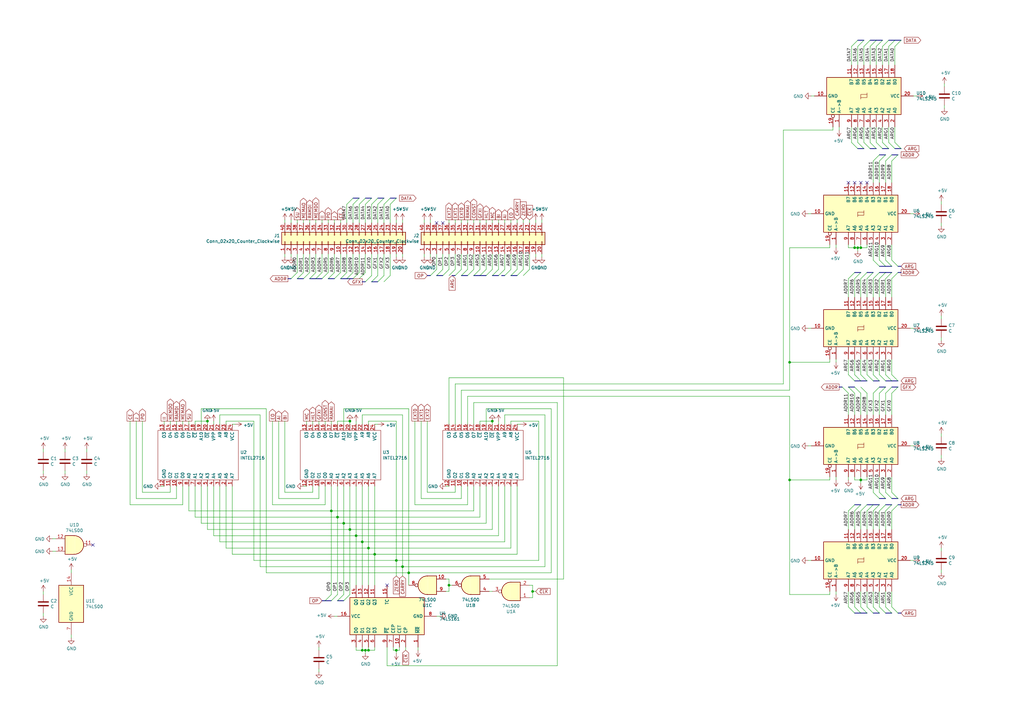
<source format=kicad_sch>
(kicad_sch (version 20200618) (host eeschema "(5.99.0-2101-geb1ff80d5)")
  (page 1 1)
  (paper "A3")
  (title_block (title "Micro Instruction Manager Module") (rev "1.0") (company "Wilhelm-Maybach-Schule Heilbronn") (comment 1 "Kevin da Silva Fernandes"))
  (junction (at 85.09 172.72))
  (junction (at 135.89 209.55))
  (junction (at 138.43 212.09))
  (junction (at 140.97 214.63))
  (junction (at 143.51 172.72))
  (junction (at 143.51 217.17))
  (junction (at 146.05 219.71))
  (junction (at 148.59 222.25))
  (junction (at 148.59 266.7))
  (junction (at 149.86 266.7))
  (junction (at 151.13 224.79))
  (junction (at 151.13 266.7))
  (junction (at 153.67 227.33))
  (junction (at 162.56 229.87))
  (junction (at 162.56 266.7))
  (junction (at 165.1 232.41))
  (junction (at 167.64 234.95))
  (junction (at 184.15 240.03))
  (junction (at 201.93 172.72))
  (junction (at 218.44 242.57))
  (junction (at 323.85 148.59))
  (junction (at 323.85 196.85))
  (junction (at 350.52 101.6))
  (junction (at 351.79 101.6))
  (junction (at 353.06 101.6))
  (junction (at 353.06 196.85))
  (no_connect (at 181.61 91.44))
  (no_connect (at 350.52 74.93))
  (no_connect (at 38.1 223.52))
  (no_connect (at 353.06 74.93))
  (no_connect (at 179.07 91.44))
  (no_connect (at 347.98 74.93))
  (no_connect (at 355.6 74.93))
  (no_connect (at 158.75 240.03))
  (bus_entry (at 121.92 111.76) (size -2.54 2.54) (stroke (width 0.1524)))
  (bus_entry (at 124.46 111.76) (size -2.54 2.54) (stroke (width 0.1524)))
  (bus_entry (at 127 111.76) (size -2.54 2.54) (stroke (width 0.1524)))
  (bus_entry (at 129.54 111.76) (size -2.54 2.54) (stroke (width 0.1524)))
  (bus_entry (at 132.08 111.76) (size -2.54 2.54) (stroke (width 0.1524)))
  (bus_entry (at 134.62 111.76) (size -2.54 2.54) (stroke (width 0.1524)))
  (bus_entry (at 135.89 243.84) (size -2.54 2.54) (stroke (width 0.1524)))
  (bus_entry (at 137.16 111.76) (size -2.54 2.54) (stroke (width 0.1524)))
  (bus_entry (at 138.43 243.84) (size -2.54 2.54) (stroke (width 0.1524)))
  (bus_entry (at 139.7 111.76) (size -2.54 2.54) (stroke (width 0.1524)))
  (bus_entry (at 139.7 114.3) (size 2.54 -2.54) (stroke (width 0.1524)))
  (bus_entry (at 140.97 243.84) (size -2.54 2.54) (stroke (width 0.1524)))
  (bus_entry (at 142.24 114.3) (size 2.54 -2.54) (stroke (width 0.1524)))
  (bus_entry (at 143.51 243.84) (size -2.54 2.54) (stroke (width 0.1524)))
  (bus_entry (at 144.78 81.28) (size -2.54 2.54) (stroke (width 0.1524)))
  (bus_entry (at 144.78 114.3) (size 2.54 -2.54) (stroke (width 0.1524)))
  (bus_entry (at 147.32 81.28) (size -2.54 2.54) (stroke (width 0.1524)))
  (bus_entry (at 147.32 114.3) (size 2.54 -2.54) (stroke (width 0.1524)))
  (bus_entry (at 149.86 81.28) (size -2.54 2.54) (stroke (width 0.1524)))
  (bus_entry (at 152.4 81.28) (size -2.54 2.54) (stroke (width 0.1524)))
  (bus_entry (at 152.4 113.03) (size -2.54 2.54) (stroke (width 0.1524)))
  (bus_entry (at 154.94 81.28) (size -2.54 2.54) (stroke (width 0.1524)))
  (bus_entry (at 154.94 113.03) (size -2.54 2.54) (stroke (width 0.1524)))
  (bus_entry (at 157.48 81.28) (size -2.54 2.54) (stroke (width 0.1524)))
  (bus_entry (at 157.48 113.03) (size -2.54 2.54) (stroke (width 0.1524)))
  (bus_entry (at 160.02 81.28) (size -2.54 2.54) (stroke (width 0.1524)))
  (bus_entry (at 160.02 113.03) (size -2.54 2.54) (stroke (width 0.1524)))
  (bus_entry (at 162.56 81.28) (size -2.54 2.54) (stroke (width 0.1524)))
  (bus_entry (at 179.07 110.49) (size -2.54 2.54) (stroke (width 0.1524)))
  (bus_entry (at 181.61 110.49) (size -2.54 2.54) (stroke (width 0.1524)))
  (bus_entry (at 184.15 110.49) (size -2.54 2.54) (stroke (width 0.1524)))
  (bus_entry (at 186.69 110.49) (size -2.54 2.54) (stroke (width 0.1524)))
  (bus_entry (at 189.23 110.49) (size -2.54 2.54) (stroke (width 0.1524)))
  (bus_entry (at 191.77 110.49) (size -2.54 2.54) (stroke (width 0.1524)))
  (bus_entry (at 194.31 110.49) (size -2.54 2.54) (stroke (width 0.1524)))
  (bus_entry (at 196.85 110.49) (size -2.54 2.54) (stroke (width 0.1524)))
  (bus_entry (at 199.39 110.49) (size -2.54 2.54) (stroke (width 0.1524)))
  (bus_entry (at 201.93 110.49) (size -2.54 2.54) (stroke (width 0.1524)))
  (bus_entry (at 204.47 110.49) (size -2.54 2.54) (stroke (width 0.1524)))
  (bus_entry (at 207.01 110.49) (size -2.54 2.54) (stroke (width 0.1524)))
  (bus_entry (at 209.55 110.49) (size -2.54 2.54) (stroke (width 0.1524)))
  (bus_entry (at 212.09 110.49) (size -2.54 2.54) (stroke (width 0.1524)))
  (bus_entry (at 214.63 110.49) (size -2.54 2.54) (stroke (width 0.1524)))
  (bus_entry (at 217.17 110.49) (size -2.54 2.54) (stroke (width 0.1524)))
  (bus_entry (at 345.44 158.75) (size 2.54 2.54) (stroke (width 0.1524)))
  (bus_entry (at 347.98 114.3) (size 2.54 -2.54) (stroke (width 0.1524)))
  (bus_entry (at 347.98 153.67) (size 2.54 2.54) (stroke (width 0.1524)))
  (bus_entry (at 347.98 158.75) (size 2.54 2.54) (stroke (width 0.1524)))
  (bus_entry (at 347.98 209.55) (size 2.54 -2.54) (stroke (width 0.1524)))
  (bus_entry (at 347.98 248.92) (size 2.54 2.54) (stroke (width 0.1524)))
  (bus_entry (at 349.25 58.42) (size 2.54 2.54) (stroke (width 0.1524)))
  (bus_entry (at 350.52 114.3) (size 2.54 -2.54) (stroke (width 0.1524)))
  (bus_entry (at 350.52 153.67) (size 2.54 2.54) (stroke (width 0.1524)))
  (bus_entry (at 350.52 158.75) (size 2.54 2.54) (stroke (width 0.1524)))
  (bus_entry (at 350.52 209.55) (size 2.54 -2.54) (stroke (width 0.1524)))
  (bus_entry (at 350.52 248.92) (size 2.54 2.54) (stroke (width 0.1524)))
  (bus_entry (at 351.79 16.51) (size -2.54 2.54) (stroke (width 0.1524)))
  (bus_entry (at 351.79 58.42) (size 2.54 2.54) (stroke (width 0.1524)))
  (bus_entry (at 353.06 114.3) (size 2.54 -2.54) (stroke (width 0.1524)))
  (bus_entry (at 353.06 153.67) (size 2.54 2.54) (stroke (width 0.1524)))
  (bus_entry (at 353.06 158.75) (size 2.54 2.54) (stroke (width 0.1524)))
  (bus_entry (at 353.06 209.55) (size 2.54 -2.54) (stroke (width 0.1524)))
  (bus_entry (at 353.06 248.92) (size 2.54 2.54) (stroke (width 0.1524)))
  (bus_entry (at 354.33 16.51) (size -2.54 2.54) (stroke (width 0.1524)))
  (bus_entry (at 354.33 58.42) (size 2.54 2.54) (stroke (width 0.1524)))
  (bus_entry (at 355.6 114.3) (size 2.54 -2.54) (stroke (width 0.1524)))
  (bus_entry (at 355.6 153.67) (size 2.54 2.54) (stroke (width 0.1524)))
  (bus_entry (at 355.6 209.55) (size 2.54 -2.54) (stroke (width 0.1524)))
  (bus_entry (at 355.6 248.92) (size 2.54 2.54) (stroke (width 0.1524)))
  (bus_entry (at 356.87 16.51) (size -2.54 2.54) (stroke (width 0.1524)))
  (bus_entry (at 356.87 58.42) (size 2.54 2.54) (stroke (width 0.1524)))
  (bus_entry (at 358.14 106.68) (size 2.54 2.54) (stroke (width 0.1524)))
  (bus_entry (at 358.14 114.3) (size 2.54 -2.54) (stroke (width 0.1524)))
  (bus_entry (at 358.14 153.67) (size 2.54 2.54) (stroke (width 0.1524)))
  (bus_entry (at 358.14 161.29) (size 2.54 -2.54) (stroke (width 0.1524)))
  (bus_entry (at 358.14 201.93) (size 2.54 2.54) (stroke (width 0.1524)))
  (bus_entry (at 358.14 209.55) (size 2.54 -2.54) (stroke (width 0.1524)))
  (bus_entry (at 358.14 248.92) (size 2.54 2.54) (stroke (width 0.1524)))
  (bus_entry (at 359.41 16.51) (size -2.54 2.54) (stroke (width 0.1524)))
  (bus_entry (at 359.41 58.42) (size 2.54 2.54) (stroke (width 0.1524)))
  (bus_entry (at 360.68 63.5) (size -2.54 2.54) (stroke (width 0.1524)))
  (bus_entry (at 360.68 106.68) (size 2.54 2.54) (stroke (width 0.1524)))
  (bus_entry (at 360.68 114.3) (size 2.54 -2.54) (stroke (width 0.1524)))
  (bus_entry (at 360.68 153.67) (size 2.54 2.54) (stroke (width 0.1524)))
  (bus_entry (at 360.68 161.29) (size 2.54 -2.54) (stroke (width 0.1524)))
  (bus_entry (at 360.68 201.93) (size 2.54 2.54) (stroke (width 0.1524)))
  (bus_entry (at 360.68 209.55) (size 2.54 -2.54) (stroke (width 0.1524)))
  (bus_entry (at 360.68 248.92) (size 2.54 2.54) (stroke (width 0.1524)))
  (bus_entry (at 361.95 16.51) (size -2.54 2.54) (stroke (width 0.1524)))
  (bus_entry (at 361.95 58.42) (size 2.54 2.54) (stroke (width 0.1524)))
  (bus_entry (at 363.22 63.5) (size -2.54 2.54) (stroke (width 0.1524)))
  (bus_entry (at 363.22 106.68) (size 2.54 2.54) (stroke (width 0.1524)))
  (bus_entry (at 363.22 114.3) (size 2.54 -2.54) (stroke (width 0.1524)))
  (bus_entry (at 363.22 153.67) (size 2.54 2.54) (stroke (width 0.1524)))
  (bus_entry (at 363.22 161.29) (size 2.54 -2.54) (stroke (width 0.1524)))
  (bus_entry (at 363.22 201.93) (size 2.54 2.54) (stroke (width 0.1524)))
  (bus_entry (at 363.22 209.55) (size 2.54 -2.54) (stroke (width 0.1524)))
  (bus_entry (at 363.22 248.92) (size 2.54 2.54) (stroke (width 0.1524)))
  (bus_entry (at 364.49 16.51) (size -2.54 2.54) (stroke (width 0.1524)))
  (bus_entry (at 364.49 58.42) (size 2.54 2.54) (stroke (width 0.1524)))
  (bus_entry (at 365.76 63.5) (size -2.54 2.54) (stroke (width 0.1524)))
  (bus_entry (at 365.76 106.68) (size 2.54 2.54) (stroke (width 0.1524)))
  (bus_entry (at 365.76 114.3) (size 2.54 -2.54) (stroke (width 0.1524)))
  (bus_entry (at 365.76 153.67) (size 2.54 2.54) (stroke (width 0.1524)))
  (bus_entry (at 365.76 161.29) (size 2.54 -2.54) (stroke (width 0.1524)))
  (bus_entry (at 365.76 201.93) (size 2.54 2.54) (stroke (width 0.1524)))
  (bus_entry (at 365.76 209.55) (size 2.54 -2.54) (stroke (width 0.1524)))
  (bus_entry (at 365.76 248.92) (size 2.54 2.54) (stroke (width 0.1524)))
  (bus_entry (at 367.03 16.51) (size -2.54 2.54) (stroke (width 0.1524)))
  (bus_entry (at 367.03 58.42) (size 2.54 2.54) (stroke (width 0.1524)))
  (bus_entry (at 368.3 63.5) (size -2.54 2.54) (stroke (width 0.1524)))
  (bus_entry (at 369.57 16.51) (size -2.54 2.54) (stroke (width 0.1524)))
  (wire (pts (xy 17.78 184.15) (xy 17.78 185.42)))
  (wire (pts (xy 17.78 194.31) (xy 17.78 193.04)))
  (wire (pts (xy 17.78 242.57) (xy 17.78 243.84)))
  (wire (pts (xy 17.78 252.73) (xy 17.78 251.46)))
  (wire (pts (xy 21.59 220.98) (xy 22.86 220.98)))
  (wire (pts (xy 21.59 226.06) (xy 22.86 226.06)))
  (wire (pts (xy 26.67 184.15) (xy 26.67 185.42)))
  (wire (pts (xy 26.67 194.31) (xy 26.67 193.04)))
  (wire (pts (xy 29.21 233.68) (xy 29.21 234.95)))
  (wire (pts (xy 29.21 261.62) (xy 29.21 260.35)))
  (wire (pts (xy 35.56 184.15) (xy 35.56 185.42)))
  (wire (pts (xy 35.56 194.31) (xy 35.56 193.04)))
  (wire (pts (xy 53.34 172.72) (xy 53.34 207.01)))
  (wire (pts (xy 55.88 172.72) (xy 55.88 204.47)))
  (wire (pts (xy 55.88 204.47) (xy 72.39 204.47)))
  (wire (pts (xy 58.42 172.72) (xy 58.42 201.93)))
  (wire (pts (xy 66.04 199.39) (xy 67.31 199.39)))
  (wire (pts (xy 67.31 172.72) (xy 67.31 173.99)))
  (wire (pts (xy 69.85 172.72) (xy 69.85 173.99)))
  (wire (pts (xy 69.85 199.39) (xy 69.85 201.93)))
  (wire (pts (xy 69.85 201.93) (xy 58.42 201.93)))
  (wire (pts (xy 72.39 172.72) (xy 72.39 173.99)))
  (wire (pts (xy 72.39 204.47) (xy 72.39 199.39)))
  (wire (pts (xy 74.93 172.72) (xy 74.93 173.99)))
  (wire (pts (xy 74.93 199.39) (xy 74.93 207.01)))
  (wire (pts (xy 74.93 207.01) (xy 53.34 207.01)))
  (wire (pts (xy 77.47 172.72) (xy 77.47 173.99)))
  (wire (pts (xy 77.47 199.39) (xy 77.47 209.55)))
  (wire (pts (xy 77.47 209.55) (xy 135.89 209.55)))
  (wire (pts (xy 80.01 172.72) (xy 85.09 172.72)))
  (wire (pts (xy 80.01 173.99) (xy 80.01 172.72)))
  (wire (pts (xy 80.01 199.39) (xy 80.01 212.09)))
  (wire (pts (xy 80.01 212.09) (xy 138.43 212.09)))
  (wire (pts (xy 82.55 167.64) (xy 109.22 167.64)))
  (wire (pts (xy 82.55 173.99) (xy 82.55 167.64)))
  (wire (pts (xy 82.55 199.39) (xy 82.55 214.63)))
  (wire (pts (xy 82.55 214.63) (xy 140.97 214.63)))
  (wire (pts (xy 85.09 172.72) (xy 85.09 173.99)))
  (wire (pts (xy 85.09 199.39) (xy 85.09 217.17)))
  (wire (pts (xy 85.09 217.17) (xy 143.51 217.17)))
  (wire (pts (xy 87.63 172.72) (xy 87.63 173.99)))
  (wire (pts (xy 87.63 219.71) (xy 87.63 199.39)))
  (wire (pts (xy 87.63 219.71) (xy 146.05 219.71)))
  (wire (pts (xy 90.17 170.18) (xy 90.17 173.99)))
  (wire (pts (xy 90.17 199.39) (xy 90.17 222.25)))
  (wire (pts (xy 90.17 222.25) (xy 148.59 222.25)))
  (wire (pts (xy 92.71 172.72) (xy 104.14 172.72)))
  (wire (pts (xy 92.71 173.99) (xy 92.71 172.72)))
  (wire (pts (xy 92.71 199.39) (xy 92.71 224.79)))
  (wire (pts (xy 92.71 224.79) (xy 151.13 224.79)))
  (wire (pts (xy 95.25 227.33) (xy 95.25 199.39)))
  (wire (pts (xy 95.25 227.33) (xy 153.67 227.33)))
  (wire (pts (xy 96.52 173.99) (xy 95.25 173.99)))
  (wire (pts (xy 104.14 172.72) (xy 104.14 229.87)))
  (wire (pts (xy 104.14 229.87) (xy 162.56 229.87)))
  (wire (pts (xy 106.68 170.18) (xy 90.17 170.18)))
  (wire (pts (xy 106.68 232.41) (xy 106.68 170.18)))
  (wire (pts (xy 106.68 232.41) (xy 165.1 232.41)))
  (wire (pts (xy 109.22 167.64) (xy 109.22 234.95)))
  (wire (pts (xy 109.22 234.95) (xy 167.64 234.95)))
  (wire (pts (xy 111.76 172.72) (xy 111.76 207.01)))
  (wire (pts (xy 114.3 172.72) (xy 114.3 204.47)))
  (wire (pts (xy 114.3 204.47) (xy 130.81 204.47)))
  (wire (pts (xy 116.84 90.17) (xy 116.84 91.44)))
  (wire (pts (xy 116.84 104.14) (xy 116.84 105.41)))
  (wire (pts (xy 116.84 172.72) (xy 116.84 201.93)))
  (wire (pts (xy 119.38 90.17) (xy 119.38 91.44)))
  (wire (pts (xy 119.38 104.14) (xy 119.38 105.41)))
  (wire (pts (xy 121.92 90.17) (xy 121.92 91.44)))
  (wire (pts (xy 121.92 111.76) (xy 121.92 104.14)))
  (wire (pts (xy 124.46 90.17) (xy 124.46 91.44)))
  (wire (pts (xy 124.46 111.76) (xy 124.46 104.14)))
  (wire (pts (xy 124.46 199.39) (xy 125.73 199.39)))
  (wire (pts (xy 125.73 172.72) (xy 125.73 173.99)))
  (wire (pts (xy 127 90.17) (xy 127 91.44)))
  (wire (pts (xy 127 111.76) (xy 127 104.14)))
  (wire (pts (xy 128.27 172.72) (xy 128.27 173.99)))
  (wire (pts (xy 128.27 199.39) (xy 128.27 201.93)))
  (wire (pts (xy 128.27 201.93) (xy 116.84 201.93)))
  (wire (pts (xy 129.54 90.17) (xy 129.54 91.44)))
  (wire (pts (xy 129.54 111.76) (xy 129.54 104.14)))
  (wire (pts (xy 130.81 172.72) (xy 130.81 173.99)))
  (wire (pts (xy 130.81 204.47) (xy 130.81 199.39)))
  (wire (pts (xy 130.81 265.43) (xy 130.81 266.7)))
  (wire (pts (xy 130.81 275.59) (xy 130.81 274.32)))
  (wire (pts (xy 132.08 90.17) (xy 132.08 91.44)))
  (wire (pts (xy 132.08 111.76) (xy 132.08 104.14)))
  (wire (pts (xy 133.35 172.72) (xy 133.35 173.99)))
  (wire (pts (xy 133.35 199.39) (xy 133.35 207.01)))
  (wire (pts (xy 133.35 207.01) (xy 111.76 207.01)))
  (wire (pts (xy 134.62 90.17) (xy 134.62 91.44)))
  (wire (pts (xy 134.62 111.76) (xy 134.62 104.14)))
  (wire (pts (xy 135.89 172.72) (xy 135.89 173.99)))
  (wire (pts (xy 135.89 199.39) (xy 135.89 209.55)))
  (wire (pts (xy 135.89 209.55) (xy 135.89 243.84)))
  (wire (pts (xy 135.89 209.55) (xy 194.31 209.55)))
  (wire (pts (xy 137.16 90.17) (xy 137.16 91.44)))
  (wire (pts (xy 137.16 111.76) (xy 137.16 104.14)))
  (wire (pts (xy 137.16 252.73) (xy 138.43 252.73)))
  (wire (pts (xy 138.43 172.72) (xy 143.51 172.72)))
  (wire (pts (xy 138.43 173.99) (xy 138.43 172.72)))
  (wire (pts (xy 138.43 212.09) (xy 138.43 199.39)))
  (wire (pts (xy 138.43 212.09) (xy 138.43 243.84)))
  (wire (pts (xy 138.43 212.09) (xy 196.85 212.09)))
  (wire (pts (xy 139.7 90.17) (xy 139.7 91.44)))
  (wire (pts (xy 139.7 104.14) (xy 139.7 111.76)))
  (wire (pts (xy 140.97 167.64) (xy 167.64 167.64)))
  (wire (pts (xy 140.97 173.99) (xy 140.97 167.64)))
  (wire (pts (xy 140.97 199.39) (xy 140.97 214.63)))
  (wire (pts (xy 140.97 214.63) (xy 140.97 243.84)))
  (wire (pts (xy 140.97 214.63) (xy 199.39 214.63)))
  (wire (pts (xy 142.24 91.44) (xy 142.24 83.82)))
  (wire (pts (xy 142.24 111.76) (xy 142.24 104.14)))
  (wire (pts (xy 143.51 172.72) (xy 143.51 173.99)))
  (wire (pts (xy 143.51 217.17) (xy 143.51 199.39)))
  (wire (pts (xy 143.51 217.17) (xy 143.51 243.84)))
  (wire (pts (xy 143.51 217.17) (xy 201.93 217.17)))
  (wire (pts (xy 144.78 83.82) (xy 144.78 91.44)))
  (wire (pts (xy 144.78 111.76) (xy 144.78 104.14)))
  (wire (pts (xy 146.05 172.72) (xy 146.05 173.99)))
  (wire (pts (xy 146.05 199.39) (xy 146.05 219.71)))
  (wire (pts (xy 146.05 219.71) (xy 146.05 240.03)))
  (wire (pts (xy 146.05 219.71) (xy 204.47 219.71)))
  (wire (pts (xy 146.05 266.7) (xy 146.05 265.43)))
  (wire (pts (xy 147.32 83.82) (xy 147.32 91.44)))
  (wire (pts (xy 147.32 111.76) (xy 147.32 104.14)))
  (wire (pts (xy 148.59 170.18) (xy 148.59 173.99)))
  (wire (pts (xy 148.59 222.25) (xy 148.59 199.39)))
  (wire (pts (xy 148.59 222.25) (xy 207.01 222.25)))
  (wire (pts (xy 148.59 240.03) (xy 148.59 222.25)))
  (wire (pts (xy 148.59 265.43) (xy 148.59 266.7)))
  (wire (pts (xy 148.59 266.7) (xy 146.05 266.7)))
  (wire (pts (xy 149.86 91.44) (xy 149.86 83.82)))
  (wire (pts (xy 149.86 111.76) (xy 149.86 104.14)))
  (wire (pts (xy 149.86 266.7) (xy 148.59 266.7)))
  (wire (pts (xy 149.86 266.7) (xy 151.13 266.7)))
  (wire (pts (xy 149.86 267.97) (xy 149.86 266.7)))
  (wire (pts (xy 151.13 172.72) (xy 162.56 172.72)))
  (wire (pts (xy 151.13 173.99) (xy 151.13 172.72)))
  (wire (pts (xy 151.13 199.39) (xy 151.13 224.79)))
  (wire (pts (xy 151.13 224.79) (xy 151.13 240.03)))
  (wire (pts (xy 151.13 224.79) (xy 209.55 224.79)))
  (wire (pts (xy 151.13 266.7) (xy 151.13 265.43)))
  (wire (pts (xy 151.13 266.7) (xy 153.67 266.7)))
  (wire (pts (xy 152.4 83.82) (xy 152.4 91.44)))
  (wire (pts (xy 152.4 104.14) (xy 152.4 113.03)))
  (wire (pts (xy 153.67 227.33) (xy 153.67 199.39)))
  (wire (pts (xy 153.67 227.33) (xy 212.09 227.33)))
  (wire (pts (xy 153.67 240.03) (xy 153.67 227.33)))
  (wire (pts (xy 153.67 266.7) (xy 153.67 265.43)))
  (wire (pts (xy 154.94 91.44) (xy 154.94 83.82)))
  (wire (pts (xy 154.94 113.03) (xy 154.94 104.14)))
  (wire (pts (xy 154.94 173.99) (xy 153.67 173.99)))
  (wire (pts (xy 157.48 83.82) (xy 157.48 91.44)))
  (wire (pts (xy 157.48 113.03) (xy 157.48 104.14)))
  (wire (pts (xy 158.75 273.05) (xy 158.75 265.43)))
  (wire (pts (xy 160.02 91.44) (xy 160.02 83.82)))
  (wire (pts (xy 160.02 104.14) (xy 160.02 113.03)))
  (wire (pts (xy 161.29 265.43) (xy 161.29 266.7)))
  (wire (pts (xy 161.29 266.7) (xy 162.56 266.7)))
  (wire (pts (xy 162.56 90.17) (xy 162.56 91.44)))
  (wire (pts (xy 162.56 104.14) (xy 162.56 105.41)))
  (wire (pts (xy 162.56 172.72) (xy 162.56 229.87)))
  (wire (pts (xy 162.56 229.87) (xy 220.98 229.87)))
  (wire (pts (xy 162.56 236.22) (xy 162.56 229.87)))
  (wire (pts (xy 162.56 266.7) (xy 162.56 267.97)))
  (wire (pts (xy 162.56 266.7) (xy 163.83 266.7)))
  (wire (pts (xy 163.83 266.7) (xy 163.83 265.43)))
  (wire (pts (xy 165.1 90.17) (xy 165.1 91.44)))
  (wire (pts (xy 165.1 104.14) (xy 165.1 105.41)))
  (wire (pts (xy 165.1 170.18) (xy 148.59 170.18)))
  (wire (pts (xy 165.1 232.41) (xy 165.1 170.18)))
  (wire (pts (xy 165.1 232.41) (xy 223.52 232.41)))
  (wire (pts (xy 165.1 236.22) (xy 165.1 232.41)))
  (wire (pts (xy 166.37 266.7) (xy 166.37 265.43)))
  (wire (pts (xy 167.64 167.64) (xy 167.64 234.95)))
  (wire (pts (xy 167.64 234.95) (xy 226.06 234.95)))
  (wire (pts (xy 167.64 240.03) (xy 167.64 234.95)))
  (wire (pts (xy 170.18 172.72) (xy 170.18 207.01)))
  (wire (pts (xy 171.45 266.7) (xy 171.45 265.43)))
  (wire (pts (xy 172.72 172.72) (xy 172.72 204.47)))
  (wire (pts (xy 172.72 204.47) (xy 189.23 204.47)))
  (wire (pts (xy 173.99 90.17) (xy 173.99 91.44)))
  (wire (pts (xy 173.99 104.14) (xy 173.99 105.41)))
  (wire (pts (xy 175.26 172.72) (xy 175.26 201.93)))
  (wire (pts (xy 176.53 90.17) (xy 176.53 91.44)))
  (wire (pts (xy 176.53 104.14) (xy 176.53 105.41)))
  (wire (pts (xy 179.07 104.14) (xy 179.07 110.49)))
  (wire (pts (xy 180.34 252.73) (xy 179.07 252.73)))
  (wire (pts (xy 181.61 104.14) (xy 181.61 110.49)))
  (wire (pts (xy 182.88 199.39) (xy 184.15 199.39)))
  (wire (pts (xy 184.15 90.17) (xy 184.15 91.44)))
  (wire (pts (xy 184.15 104.14) (xy 184.15 110.49)))
  (wire (pts (xy 184.15 154.94) (xy 184.15 173.99)))
  (wire (pts (xy 184.15 237.49) (xy 182.88 237.49)))
  (wire (pts (xy 184.15 240.03) (xy 184.15 237.49)))
  (wire (pts (xy 184.15 240.03) (xy 184.15 242.57)))
  (wire (pts (xy 184.15 242.57) (xy 182.88 242.57)))
  (wire (pts (xy 185.42 240.03) (xy 184.15 240.03)))
  (wire (pts (xy 186.69 90.17) (xy 186.69 91.44)))
  (wire (pts (xy 186.69 104.14) (xy 186.69 110.49)))
  (wire (pts (xy 186.69 157.48) (xy 186.69 173.99)))
  (wire (pts (xy 186.69 157.48) (xy 321.31 157.48)))
  (wire (pts (xy 186.69 199.39) (xy 186.69 201.93)))
  (wire (pts (xy 186.69 201.93) (xy 175.26 201.93)))
  (wire (pts (xy 189.23 90.17) (xy 189.23 91.44)))
  (wire (pts (xy 189.23 104.14) (xy 189.23 110.49)))
  (wire (pts (xy 189.23 160.02) (xy 189.23 173.99)))
  (wire (pts (xy 189.23 160.02) (xy 323.85 160.02)))
  (wire (pts (xy 189.23 204.47) (xy 189.23 199.39)))
  (wire (pts (xy 191.77 90.17) (xy 191.77 91.44)))
  (wire (pts (xy 191.77 104.14) (xy 191.77 110.49)))
  (wire (pts (xy 191.77 162.56) (xy 191.77 173.99)))
  (wire (pts (xy 191.77 162.56) (xy 323.85 162.56)))
  (wire (pts (xy 191.77 199.39) (xy 191.77 207.01)))
  (wire (pts (xy 191.77 207.01) (xy 170.18 207.01)))
  (wire (pts (xy 194.31 90.17) (xy 194.31 91.44)))
  (wire (pts (xy 194.31 104.14) (xy 194.31 110.49)))
  (wire (pts (xy 194.31 165.1) (xy 194.31 173.99)))
  (wire (pts (xy 194.31 165.1) (xy 228.6 165.1)))
  (wire (pts (xy 194.31 209.55) (xy 194.31 199.39)))
  (wire (pts (xy 196.85 90.17) (xy 196.85 91.44)))
  (wire (pts (xy 196.85 104.14) (xy 196.85 110.49)))
  (wire (pts (xy 196.85 172.72) (xy 201.93 172.72)))
  (wire (pts (xy 196.85 173.99) (xy 196.85 172.72)))
  (wire (pts (xy 196.85 199.39) (xy 196.85 212.09)))
  (wire (pts (xy 199.39 90.17) (xy 199.39 91.44)))
  (wire (pts (xy 199.39 104.14) (xy 199.39 110.49)))
  (wire (pts (xy 199.39 167.64) (xy 199.39 173.99)))
  (wire (pts (xy 199.39 214.63) (xy 199.39 199.39)))
  (wire (pts (xy 200.66 237.49) (xy 231.14 237.49)))
  (wire (pts (xy 200.66 242.57) (xy 201.93 242.57)))
  (wire (pts (xy 201.93 90.17) (xy 201.93 91.44)))
  (wire (pts (xy 201.93 104.14) (xy 201.93 110.49)))
  (wire (pts (xy 201.93 172.72) (xy 201.93 173.99)))
  (wire (pts (xy 201.93 199.39) (xy 201.93 217.17)))
  (wire (pts (xy 204.47 90.17) (xy 204.47 91.44)))
  (wire (pts (xy 204.47 104.14) (xy 204.47 110.49)))
  (wire (pts (xy 204.47 172.72) (xy 204.47 173.99)))
  (wire (pts (xy 204.47 219.71) (xy 204.47 199.39)))
  (wire (pts (xy 207.01 90.17) (xy 207.01 91.44)))
  (wire (pts (xy 207.01 104.14) (xy 207.01 110.49)))
  (wire (pts (xy 207.01 170.18) (xy 223.52 170.18)))
  (wire (pts (xy 207.01 173.99) (xy 207.01 170.18)))
  (wire (pts (xy 207.01 199.39) (xy 207.01 222.25)))
  (wire (pts (xy 209.55 90.17) (xy 209.55 91.44)))
  (wire (pts (xy 209.55 110.49) (xy 209.55 104.14)))
  (wire (pts (xy 209.55 172.72) (xy 209.55 173.99)))
  (wire (pts (xy 209.55 224.79) (xy 209.55 199.39)))
  (wire (pts (xy 212.09 90.17) (xy 212.09 91.44)))
  (wire (pts (xy 212.09 104.14) (xy 212.09 110.49)))
  (wire (pts (xy 212.09 199.39) (xy 212.09 227.33)))
  (wire (pts (xy 213.36 173.99) (xy 212.09 173.99)))
  (wire (pts (xy 214.63 90.17) (xy 214.63 91.44)))
  (wire (pts (xy 214.63 110.49) (xy 214.63 104.14)))
  (wire (pts (xy 217.17 90.17) (xy 217.17 91.44)))
  (wire (pts (xy 217.17 104.14) (xy 217.17 110.49)))
  (wire (pts (xy 217.17 245.11) (xy 218.44 245.11)))
  (wire (pts (xy 218.44 240.03) (xy 217.17 240.03)))
  (wire (pts (xy 218.44 242.57) (xy 218.44 240.03)))
  (wire (pts (xy 218.44 245.11) (xy 218.44 242.57)))
  (wire (pts (xy 219.71 90.17) (xy 219.71 91.44)))
  (wire (pts (xy 219.71 104.14) (xy 219.71 105.41)))
  (wire (pts (xy 219.71 242.57) (xy 218.44 242.57)))
  (wire (pts (xy 220.98 172.72) (xy 209.55 172.72)))
  (wire (pts (xy 220.98 229.87) (xy 220.98 172.72)))
  (wire (pts (xy 222.25 90.17) (xy 222.25 91.44)))
  (wire (pts (xy 222.25 104.14) (xy 222.25 105.41)))
  (wire (pts (xy 223.52 170.18) (xy 223.52 232.41)))
  (wire (pts (xy 226.06 167.64) (xy 199.39 167.64)))
  (wire (pts (xy 226.06 234.95) (xy 226.06 167.64)))
  (wire (pts (xy 228.6 165.1) (xy 228.6 273.05)))
  (wire (pts (xy 228.6 273.05) (xy 158.75 273.05)))
  (wire (pts (xy 231.14 154.94) (xy 184.15 154.94)))
  (wire (pts (xy 231.14 237.49) (xy 231.14 154.94)))
  (wire (pts (xy 321.31 53.34) (xy 341.63 53.34)))
  (wire (pts (xy 321.31 157.48) (xy 321.31 53.34)))
  (wire (pts (xy 323.85 101.6) (xy 340.36 101.6)))
  (wire (pts (xy 323.85 148.59) (xy 323.85 101.6)))
  (wire (pts (xy 323.85 160.02) (xy 323.85 148.59)))
  (wire (pts (xy 323.85 162.56) (xy 323.85 196.85)))
  (wire (pts (xy 323.85 196.85) (xy 323.85 243.84)))
  (wire (pts (xy 323.85 196.85) (xy 340.36 196.85)))
  (wire (pts (xy 332.74 87.63) (xy 331.47 87.63)))
  (wire (pts (xy 332.74 134.62) (xy 331.47 134.62)))
  (wire (pts (xy 332.74 182.88) (xy 331.47 182.88)))
  (wire (pts (xy 332.74 229.87) (xy 331.47 229.87)))
  (wire (pts (xy 334.01 39.37) (xy 332.74 39.37)))
  (wire (pts (xy 340.36 101.6) (xy 340.36 100.33)))
  (wire (pts (xy 340.36 147.32) (xy 340.36 148.59)))
  (wire (pts (xy 340.36 148.59) (xy 323.85 148.59)))
  (wire (pts (xy 340.36 196.85) (xy 340.36 195.58)))
  (wire (pts (xy 340.36 242.57) (xy 340.36 243.84)))
  (wire (pts (xy 340.36 243.84) (xy 323.85 243.84)))
  (wire (pts (xy 341.63 53.34) (xy 341.63 52.07)))
  (wire (pts (xy 342.9 100.33) (xy 342.9 101.6)))
  (wire (pts (xy 342.9 147.32) (xy 342.9 148.59)))
  (wire (pts (xy 342.9 195.58) (xy 342.9 196.85)))
  (wire (pts (xy 342.9 242.57) (xy 342.9 243.84)))
  (wire (pts (xy 344.17 52.07) (xy 344.17 53.34)))
  (wire (pts (xy 347.98 100.33) (xy 347.98 101.6)))
  (wire (pts (xy 347.98 101.6) (xy 350.52 101.6)))
  (wire (pts (xy 347.98 121.92) (xy 347.98 114.3)))
  (wire (pts (xy 347.98 147.32) (xy 347.98 153.67)))
  (wire (pts (xy 347.98 170.18) (xy 347.98 161.29)))
  (wire (pts (xy 347.98 195.58) (xy 347.98 196.85)))
  (wire (pts (xy 347.98 217.17) (xy 347.98 209.55)))
  (wire (pts (xy 347.98 242.57) (xy 347.98 248.92)))
  (wire (pts (xy 349.25 26.67) (xy 349.25 19.05)))
  (wire (pts (xy 349.25 52.07) (xy 349.25 58.42)))
  (wire (pts (xy 350.52 101.6) (xy 350.52 100.33)))
  (wire (pts (xy 350.52 101.6) (xy 351.79 101.6)))
  (wire (pts (xy 350.52 114.3) (xy 350.52 121.92)))
  (wire (pts (xy 350.52 147.32) (xy 350.52 153.67)))
  (wire (pts (xy 350.52 170.18) (xy 350.52 161.29)))
  (wire (pts (xy 350.52 196.85) (xy 350.52 195.58)))
  (wire (pts (xy 350.52 209.55) (xy 350.52 217.17)))
  (wire (pts (xy 350.52 242.57) (xy 350.52 248.92)))
  (wire (pts (xy 351.79 19.05) (xy 351.79 26.67)))
  (wire (pts (xy 351.79 52.07) (xy 351.79 58.42)))
  (wire (pts (xy 351.79 101.6) (xy 351.79 102.87)))
  (wire (pts (xy 351.79 101.6) (xy 353.06 101.6)))
  (wire (pts (xy 353.06 100.33) (xy 353.06 101.6)))
  (wire (pts (xy 353.06 101.6) (xy 355.6 101.6)))
  (wire (pts (xy 353.06 114.3) (xy 353.06 121.92)))
  (wire (pts (xy 353.06 147.32) (xy 353.06 153.67)))
  (wire (pts (xy 353.06 161.29) (xy 353.06 170.18)))
  (wire (pts (xy 353.06 195.58) (xy 353.06 196.85)))
  (wire (pts (xy 353.06 196.85) (xy 350.52 196.85)))
  (wire (pts (xy 353.06 198.12) (xy 353.06 196.85)))
  (wire (pts (xy 353.06 209.55) (xy 353.06 217.17)))
  (wire (pts (xy 353.06 242.57) (xy 353.06 248.92)))
  (wire (pts (xy 354.33 19.05) (xy 354.33 26.67)))
  (wire (pts (xy 354.33 52.07) (xy 354.33 58.42)))
  (wire (pts (xy 355.6 101.6) (xy 355.6 100.33)))
  (wire (pts (xy 355.6 114.3) (xy 355.6 121.92)))
  (wire (pts (xy 355.6 147.32) (xy 355.6 153.67)))
  (wire (pts (xy 355.6 161.29) (xy 355.6 170.18)))
  (wire (pts (xy 355.6 195.58) (xy 355.6 196.85)))
  (wire (pts (xy 355.6 196.85) (xy 353.06 196.85)))
  (wire (pts (xy 355.6 209.55) (xy 355.6 217.17)))
  (wire (pts (xy 355.6 242.57) (xy 355.6 248.92)))
  (wire (pts (xy 356.87 26.67) (xy 356.87 19.05)))
  (wire (pts (xy 356.87 52.07) (xy 356.87 58.42)))
  (wire (pts (xy 358.14 74.93) (xy 358.14 66.04)))
  (wire (pts (xy 358.14 100.33) (xy 358.14 106.68)))
  (wire (pts (xy 358.14 114.3) (xy 358.14 121.92)))
  (wire (pts (xy 358.14 147.32) (xy 358.14 153.67)))
  (wire (pts (xy 358.14 170.18) (xy 358.14 161.29)))
  (wire (pts (xy 358.14 195.58) (xy 358.14 201.93)))
  (wire (pts (xy 358.14 209.55) (xy 358.14 217.17)))
  (wire (pts (xy 358.14 242.57) (xy 358.14 248.92)))
  (wire (pts (xy 359.41 19.05) (xy 359.41 26.67)))
  (wire (pts (xy 359.41 52.07) (xy 359.41 58.42)))
  (wire (pts (xy 360.68 74.93) (xy 360.68 66.04)))
  (wire (pts (xy 360.68 106.68) (xy 360.68 100.33)))
  (wire (pts (xy 360.68 114.3) (xy 360.68 121.92)))
  (wire (pts (xy 360.68 147.32) (xy 360.68 153.67)))
  (wire (pts (xy 360.68 161.29) (xy 360.68 170.18)))
  (wire (pts (xy 360.68 201.93) (xy 360.68 195.58)))
  (wire (pts (xy 360.68 209.55) (xy 360.68 217.17)))
  (wire (pts (xy 360.68 242.57) (xy 360.68 248.92)))
  (wire (pts (xy 361.95 26.67) (xy 361.95 19.05)))
  (wire (pts (xy 361.95 52.07) (xy 361.95 58.42)))
  (wire (pts (xy 363.22 66.04) (xy 363.22 74.93)))
  (wire (pts (xy 363.22 100.33) (xy 363.22 106.68)))
  (wire (pts (xy 363.22 114.3) (xy 363.22 121.92)))
  (wire (pts (xy 363.22 147.32) (xy 363.22 153.67)))
  (wire (pts (xy 363.22 161.29) (xy 363.22 170.18)))
  (wire (pts (xy 363.22 195.58) (xy 363.22 201.93)))
  (wire (pts (xy 363.22 209.55) (xy 363.22 217.17)))
  (wire (pts (xy 363.22 242.57) (xy 363.22 248.92)))
  (wire (pts (xy 364.49 19.05) (xy 364.49 26.67)))
  (wire (pts (xy 364.49 52.07) (xy 364.49 58.42)))
  (wire (pts (xy 365.76 66.04) (xy 365.76 74.93)))
  (wire (pts (xy 365.76 106.68) (xy 365.76 100.33)))
  (wire (pts (xy 365.76 114.3) (xy 365.76 121.92)))
  (wire (pts (xy 365.76 147.32) (xy 365.76 153.67)))
  (wire (pts (xy 365.76 170.18) (xy 365.76 161.29)))
  (wire (pts (xy 365.76 201.93) (xy 365.76 195.58)))
  (wire (pts (xy 365.76 209.55) (xy 365.76 217.17)))
  (wire (pts (xy 365.76 242.57) (xy 365.76 248.92)))
  (wire (pts (xy 367.03 26.67) (xy 367.03 19.05)))
  (wire (pts (xy 367.03 52.07) (xy 367.03 58.42)))
  (wire (pts (xy 374.65 87.63) (xy 373.38 87.63)))
  (wire (pts (xy 374.65 134.62) (xy 373.38 134.62)))
  (wire (pts (xy 374.65 182.88) (xy 373.38 182.88)))
  (wire (pts (xy 374.65 229.87) (xy 373.38 229.87)))
  (wire (pts (xy 375.92 39.37) (xy 374.65 39.37)))
  (wire (pts (xy 386.08 82.55) (xy 386.08 83.82)))
  (wire (pts (xy 386.08 92.71) (xy 386.08 91.44)))
  (wire (pts (xy 386.08 129.54) (xy 386.08 130.81)))
  (wire (pts (xy 386.08 139.7) (xy 386.08 138.43)))
  (wire (pts (xy 386.08 177.8) (xy 386.08 179.07)))
  (wire (pts (xy 386.08 187.96) (xy 386.08 186.69)))
  (wire (pts (xy 386.08 224.79) (xy 386.08 226.06)))
  (wire (pts (xy 386.08 234.95) (xy 386.08 233.68)))
  (wire (pts (xy 387.35 34.29) (xy 387.35 35.56)))
  (wire (pts (xy 387.35 44.45) (xy 387.35 43.18)))
  (bus (pts (xy 118.11 114.3) (xy 121.92 114.3)))
  (bus (pts (xy 121.92 114.3) (xy 127 114.3)))
  (bus (pts (xy 127 114.3) (xy 129.54 114.3)))
  (bus (pts (xy 129.54 114.3) (xy 134.62 114.3)))
  (bus (pts (xy 132.08 246.38) (xy 133.35 246.38)))
  (bus (pts (xy 133.35 246.38) (xy 138.43 246.38)))
  (bus (pts (xy 134.62 114.3) (xy 139.7 114.3)))
  (bus (pts (xy 138.43 246.38) (xy 140.97 246.38)))
  (bus (pts (xy 139.7 114.3) (xy 142.24 114.3)))
  (bus (pts (xy 142.24 114.3) (xy 147.32 114.3)))
  (bus (pts (xy 144.78 81.28) (xy 149.86 81.28)))
  (bus (pts (xy 148.59 115.57) (xy 152.4 115.57)))
  (bus (pts (xy 149.86 81.28) (xy 154.94 81.28)))
  (bus (pts (xy 152.4 115.57) (xy 157.48 115.57)))
  (bus (pts (xy 154.94 81.28) (xy 160.02 81.28)))
  (bus (pts (xy 160.02 81.28) (xy 163.83 81.28)))
  (bus (pts (xy 175.26 113.03) (xy 179.07 113.03)))
  (bus (pts (xy 179.07 113.03) (xy 184.15 113.03)))
  (bus (pts (xy 185.42 113.03) (xy 189.23 113.03)))
  (bus (pts (xy 189.23 113.03) (xy 194.31 113.03)))
  (bus (pts (xy 194.31 113.03) (xy 196.85 113.03)))
  (bus (pts (xy 196.85 113.03) (xy 201.93 113.03)))
  (bus (pts (xy 201.93 113.03) (xy 205.74 113.03)))
  (bus (pts (xy 205.74 113.03) (xy 209.55 113.03)))
  (bus (pts (xy 209.55 113.03) (xy 214.63 113.03)))
  (bus (pts (xy 344.17 158.75) (xy 347.98 158.75)))
  (bus (pts (xy 347.98 158.75) (xy 353.06 158.75)))
  (bus (pts (xy 350.52 111.76) (xy 355.6 111.76)))
  (bus (pts (xy 350.52 156.21) (xy 353.06 156.21)))
  (bus (pts (xy 350.52 207.01) (xy 355.6 207.01)))
  (bus (pts (xy 350.52 251.46) (xy 353.06 251.46)))
  (bus (pts (xy 351.79 16.51) (xy 356.87 16.51)))
  (bus (pts (xy 351.79 60.96) (xy 356.87 60.96)))
  (bus (pts (xy 353.06 156.21) (xy 358.14 156.21)))
  (bus (pts (xy 353.06 251.46) (xy 358.14 251.46)))
  (bus (pts (xy 355.6 111.76) (xy 360.68 111.76)))
  (bus (pts (xy 355.6 207.01) (xy 358.14 207.01)))
  (bus (pts (xy 356.87 16.51) (xy 359.41 16.51)))
  (bus (pts (xy 356.87 60.96) (xy 361.95 60.96)))
  (bus (pts (xy 358.14 156.21) (xy 363.22 156.21)))
  (bus (pts (xy 358.14 207.01) (xy 363.22 207.01)))
  (bus (pts (xy 358.14 251.46) (xy 363.22 251.46)))
  (bus (pts (xy 359.41 16.51) (xy 364.49 16.51)))
  (bus (pts (xy 360.68 63.5) (xy 365.76 63.5)))
  (bus (pts (xy 360.68 109.22) (xy 363.22 109.22)))
  (bus (pts (xy 360.68 111.76) (xy 363.22 111.76)))
  (bus (pts (xy 360.68 158.75) (xy 365.76 158.75)))
  (bus (pts (xy 360.68 204.47) (xy 365.76 204.47)))
  (bus (pts (xy 361.95 60.96) (xy 367.03 60.96)))
  (bus (pts (xy 363.22 109.22) (xy 368.3 109.22)))
  (bus (pts (xy 363.22 111.76) (xy 368.3 111.76)))
  (bus (pts (xy 363.22 156.21) (xy 365.76 156.21)))
  (bus (pts (xy 363.22 207.01) (xy 368.3 207.01)))
  (bus (pts (xy 363.22 251.46) (xy 368.3 251.46)))
  (bus (pts (xy 364.49 16.51) (xy 367.03 16.51)))
  (bus (pts (xy 365.76 63.5) (xy 369.57 63.5)))
  (bus (pts (xy 365.76 156.21) (xy 369.57 156.21)))
  (bus (pts (xy 365.76 158.75) (xy 369.57 158.75)))
  (bus (pts (xy 365.76 204.47) (xy 369.57 204.47)))
  (bus (pts (xy 367.03 16.51) (xy 370.84 16.51)))
  (bus (pts (xy 367.03 60.96) (xy 370.84 60.96)))
  (bus (pts (xy 368.3 109.22) (xy 369.57 109.22)))
  (bus (pts (xy 368.3 111.76) (xy 369.57 111.76)))
  (bus (pts (xy 368.3 207.01) (xy 369.57 207.01)))
  (bus (pts (xy 368.3 251.46) (xy 369.57 251.46)))
  (label "ADDR0" (at 121.92 105.41 270))
  (label "ADDR1" (at 124.46 105.41 270))
  (label "ADDR2" (at 127 105.41 270))
  (label "ADDR3" (at 129.54 105.41 270))
  (label "ADDR4" (at 132.08 105.41 270))
  (label "ADDR5" (at 134.62 105.41 270))
  (label "OP0" (at 135.89 242.57 90))
  (label "ADDR6" (at 137.16 105.41 270))
  (label "OP1" (at 138.43 242.57 90))
  (label "ADDR7" (at 139.7 105.41 270))
  (label "OP2" (at 140.97 242.57 90))
  (label "DATA7" (at 142.24 90.17 90))
  (label "ADDR8" (at 142.24 105.41 270))
  (label "OP3" (at 143.51 242.57 90))
  (label "DATA6" (at 144.78 90.17 90))
  (label "ADDR9" (at 144.78 105.41 270))
  (label "DATA5" (at 147.32 90.17 90))
  (label "ADDR10" (at 147.32 105.41 270))
  (label "DATA4" (at 149.86 90.17 90))
  (label "ADDR11" (at 149.86 105.41 270))
  (label "DATA3" (at 152.4 90.17 90))
  (label "GFX0" (at 152.4 105.41 270))
  (label "DATA2" (at 154.94 90.17 90))
  (label "GFX1" (at 154.94 105.41 270))
  (label "DATA1" (at 157.48 90.17 90))
  (label "GFX2" (at 157.48 105.41 270))
  (label "DATA0" (at 160.02 90.17 90))
  (label "GFX3" (at 160.02 105.41 270))
  (label "OP0" (at 179.07 109.22 90))
  (label "OP1" (at 181.61 109.22 90))
  (label "OP2" (at 184.15 109.22 90))
  (label "OP3" (at 186.69 109.22 90))
  (label "ARG0" (at 189.23 109.22 90))
  (label "ARG1" (at 191.77 109.22 90))
  (label "ARG2" (at 194.31 109.22 90))
  (label "ARG3" (at 196.85 109.22 90))
  (label "ARG4" (at 199.39 109.22 90))
  (label "ARG5" (at 201.93 109.22 90))
  (label "ARG6" (at 204.47 109.22 90))
  (label "ARG7" (at 207.01 109.22 90))
  (label "ARG8" (at 209.55 109.22 90))
  (label "ARG9" (at 212.09 109.22 90))
  (label "ARG10" (at 214.63 109.22 90))
  (label "ARG11" (at 217.17 109.22 90))
  (label "ADDR7" (at 347.98 120.65 90))
  (label "ARG7" (at 347.98 152.4 90))
  (label "ADDR11" (at 347.98 168.91 90))
  (label "ADDR7" (at 347.98 215.9 90))
  (label "ARG7" (at 347.98 247.65 90))
  (label "DATA7" (at 349.25 25.4 90))
  (label "ARG7" (at 349.25 57.15 90))
  (label "ADDR6" (at 350.52 120.65 90))
  (label "ARG6" (at 350.52 152.4 90))
  (label "ADDR10" (at 350.52 168.91 90))
  (label "ADDR6" (at 350.52 215.9 90))
  (label "ARG6" (at 350.52 247.65 90))
  (label "DATA6" (at 351.79 25.4 90))
  (label "ARG6" (at 351.79 57.15 90))
  (label "ADDR5" (at 353.06 120.65 90))
  (label "ARG5" (at 353.06 152.4 90))
  (label "ADDR9" (at 353.06 168.91 90))
  (label "ADDR5" (at 353.06 215.9 90))
  (label "ARG5" (at 353.06 247.65 90))
  (label "DATA5" (at 354.33 25.4 90))
  (label "ARG5" (at 354.33 57.15 90))
  (label "ADDR4" (at 355.6 120.65 90))
  (label "ARG4" (at 355.6 152.4 90))
  (label "ADDR8" (at 355.6 168.91 90))
  (label "ADDR4" (at 355.6 215.9 90))
  (label "ARG4" (at 355.6 247.65 90))
  (label "DATA4" (at 356.87 25.4 90))
  (label "ARG4" (at 356.87 57.15 90))
  (label "ADDR11" (at 358.14 73.66 90))
  (label "ARG11" (at 358.14 105.41 90))
  (label "ADDR3" (at 358.14 120.65 90))
  (label "ARG3" (at 358.14 152.4 90))
  (label "GFX3" (at 358.14 168.91 90))
  (label "ARG11" (at 358.14 200.66 90))
  (label "ADDR3" (at 358.14 215.9 90))
  (label "ARG3" (at 358.14 247.65 90))
  (label "DATA3" (at 359.41 25.4 90))
  (label "ARG3" (at 359.41 57.15 90))
  (label "ADDR10" (at 360.68 73.66 90))
  (label "ARG10" (at 360.68 105.41 90))
  (label "ADDR2" (at 360.68 120.65 90))
  (label "ARG2" (at 360.68 152.4 90))
  (label "GFX2" (at 360.68 168.91 90))
  (label "ARG10" (at 360.68 200.66 90))
  (label "ADDR2" (at 360.68 215.9 90))
  (label "ARG2" (at 360.68 247.65 90))
  (label "DATA2" (at 361.95 25.4 90))
  (label "ARG2" (at 361.95 57.15 90))
  (label "ADDR9" (at 363.22 73.66 90))
  (label "ARG9" (at 363.22 105.41 90))
  (label "ADDR1" (at 363.22 120.65 90))
  (label "ARG1" (at 363.22 152.4 90))
  (label "GFX1" (at 363.22 168.91 90))
  (label "ARG9" (at 363.22 200.66 90))
  (label "ADDR1" (at 363.22 215.9 90))
  (label "ARG1" (at 363.22 247.65 90))
  (label "DATA1" (at 364.49 25.4 90))
  (label "ARG1" (at 364.49 57.15 90))
  (label "ADDR8" (at 365.76 73.66 90))
  (label "ARG8" (at 365.76 105.41 90))
  (label "ADDR0" (at 365.76 120.65 90))
  (label "ARG0" (at 365.76 152.4 90))
  (label "GFX0" (at 365.76 168.91 90))
  (label "ARG8" (at 365.76 200.66 90))
  (label "ADDR0" (at 365.76 215.9 90))
  (label "ARG0" (at 365.76 247.65 90))
  (label "DATA0" (at 367.03 25.4 90))
  (label "ARG0" (at 367.03 57.15 90))
  (global_label "CE" (shape output) (at 53.34 172.72 90))
  (global_label "J" (shape output) (at 55.88 172.72 90))
  (global_label "PO" (shape output) (at 58.42 172.72 90))
  (global_label "II" (shape output) (at 67.31 172.72 90))
  (global_label "MEMDO" (shape output) (at 69.85 172.72 90))
  (global_label "RAMDI" (shape output) (at 72.39 172.72 90))
  (global_label "MEMAO" (shape output) (at 74.93 172.72 90))
  (global_label "SU" (shape output) (at 77.47 172.72 90))
  (global_label "EO" (shape output) (at 111.76 172.72 90))
  (global_label "AI" (shape output) (at 114.3 172.72 90))
  (global_label "BI" (shape output) (at 116.84 172.72 90))
  (global_label "ADDR" (shape output) (at 118.11 114.3 180))
  (global_label "SU" (shape output) (at 121.92 90.17 90))
  (global_label "MEMAO" (shape output) (at 124.46 90.17 90))
  (global_label "MC" (shape output) (at 125.73 172.72 90))
  (global_label "RAMDI" (shape output) (at 127 90.17 90))
  (global_label "HLT" (shape output) (at 128.27 172.72 90))
  (global_label "MEMDO" (shape output) (at 129.54 90.17 90))
  (global_label "GFXI" (shape output) (at 130.81 172.72 90))
  (global_label "II" (shape output) (at 132.08 90.17 90))
  (global_label "OP" (shape input) (at 132.08 246.38 180))
  (global_label "CONST" (shape output) (at 133.35 172.72 90))
  (global_label "PO" (shape output) (at 134.62 90.17 90))
  (global_label "RAMAI" (shape output) (at 135.89 172.72 90))
  (global_label "J" (shape output) (at 137.16 90.17 90))
  (global_label "CE" (shape output) (at 139.7 90.17 90))
  (global_label "GFX" (shape output) (at 148.59 115.57 180))
  (global_label "ZERO" (shape input) (at 162.56 236.22 270))
  (global_label "DATA" (shape output) (at 163.83 81.28 0))
  (global_label "CARRY" (shape input) (at 165.1 236.22 270))
  (global_label "~CLK" (shape input) (at 166.37 266.7 270))
  (global_label "EXT0" (shape output) (at 170.18 172.72 90))
  (global_label "EXT1" (shape output) (at 172.72 172.72 90))
  (global_label "OP" (shape input) (at 175.26 113.03 180))
  (global_label "EXT2" (shape output) (at 175.26 172.72 90))
  (global_label "EXT2" (shape output) (at 184.15 90.17 90))
  (global_label "ARG" (shape input) (at 185.42 113.03 270))
  (global_label "EXT1" (shape output) (at 186.69 90.17 90))
  (global_label "EXT0" (shape output) (at 189.23 90.17 90))
  (global_label "RAMAI" (shape output) (at 191.77 90.17 90))
  (global_label "CONST" (shape output) (at 194.31 90.17 90))
  (global_label "GFXI" (shape output) (at 196.85 90.17 90))
  (global_label "HLT" (shape output) (at 199.39 90.17 90))
  (global_label "MC" (shape output) (at 201.93 90.17 90))
  (global_label "BI" (shape output) (at 204.47 90.17 90))
  (global_label "AI" (shape output) (at 207.01 90.17 90))
  (global_label "EO" (shape output) (at 209.55 90.17 90))
  (global_label "CARRY" (shape input) (at 212.09 90.17 90))
  (global_label "ZERO" (shape input) (at 214.63 90.17 90))
  (global_label "~CLK" (shape input) (at 217.17 90.17 90))
  (global_label "~CLK" (shape input) (at 219.71 242.57 0))
  (global_label "ADDR" (shape output) (at 344.17 158.75 180))
  (global_label "ADDR" (shape output) (at 369.57 63.5 0))
  (global_label "ARG" (shape input) (at 369.57 109.22 0))
  (global_label "ADDR" (shape output) (at 369.57 111.76 0))
  (global_label "ARG" (shape input) (at 369.57 156.21 0))
  (global_label "GFX" (shape output) (at 369.57 158.75 0))
  (global_label "ARG" (shape input) (at 369.57 204.47 0))
  (global_label "ADDR" (shape output) (at 369.57 207.01 0))
  (global_label "ARG" (shape input) (at 369.57 251.46 0))
  (global_label "DATA" (shape output) (at 370.84 16.51 0))
  (global_label "ARG" (shape input) (at 370.84 60.96 0))
  (symbol (lib_id "power:+5V") (at 17.78 184.15 0) (unit 1)
    (property "Reference" "#PWR0129" (effects hide))
    (property "Value" "+5V" (at 18.161 179.7558 0))
  )
  (symbol (lib_id "power:+5V") (at 17.78 242.57 0) (unit 1)
    (property "Reference" "#PWR0138" (effects hide))
    (property "Value" "+5V" (at 18.161 238.1758 0))
  )
  (symbol (lib_id "power:+5V") (at 26.67 184.15 0) (unit 1)
    (property "Reference" "#PWR0128" (effects hide))
    (property "Value" "+5V" (at 27.051 179.7558 0))
  )
  (symbol (lib_id "power:+5V") (at 29.21 233.68 0) (unit 1)
    (property "Reference" "#PWR0133" (effects hide))
    (property "Value" "+5V" (at 29.591 229.2858 0))
  )
  (symbol (lib_id "power:+5V") (at 35.56 184.15 0) (unit 1)
    (property "Reference" "#PWR0135" (effects hide))
    (property "Value" "+5V" (at 35.941 179.7558 0))
  )
  (symbol (lib_id "power:+5V") (at 87.63 172.72 0) (unit 1)
    (property "Reference" "#PWR0123" (effects hide))
    (property "Value" "+5V" (at 88.011 168.3258 0))
  )
  (symbol (lib_id "power:+5V") (at 96.52 173.99 270) (unit 1)
    (property "Reference" "#PWR0122" (effects hide))
    (property "Value" "+5V" (at 99.7712 174.371 90) (effects (justify left)))
  )
  (symbol (lib_id "power:+5V") (at 116.84 90.17 0) (unit 1)
    (property "Reference" "#PWR0110" (effects hide))
    (property "Value" "+5V" (at 117.221 85.7758 0))
  )
  (symbol (lib_id "power:+5V") (at 119.38 90.17 0) (unit 1)
    (property "Reference" "#PWR0112" (effects hide))
    (property "Value" "+5V" (at 119.761 85.7758 0))
  )
  (symbol (lib_id "power:+5V") (at 130.81 265.43 0) (unit 1)
    (property "Reference" "#PWR0143" (effects hide))
    (property "Value" "+5V" (at 131.191 261.0358 0))
  )
  (symbol (lib_id "power:+5V") (at 137.16 252.73 90) (unit 1)
    (property "Reference" "#PWR0142" (effects hide))
    (property "Value" "+5V" (at 133.9088 252.349 90) (effects (justify left)))
  )
  (symbol (lib_id "power:+5V") (at 146.05 172.72 0) (unit 1)
    (property "Reference" "#PWR0119" (effects hide))
    (property "Value" "+5V" (at 146.431 168.3258 0))
  )
  (symbol (lib_id "power:+5V") (at 154.94 173.99 270) (unit 1)
    (property "Reference" "#PWR0117" (effects hide))
    (property "Value" "+5V" (at 158.1912 174.371 90) (effects (justify left)))
  )
  (symbol (lib_id "power:+5V") (at 162.56 90.17 0) (unit 1)
    (property "Reference" "#PWR0106" (effects hide))
    (property "Value" "+5V" (at 162.941 85.7758 0))
  )
  (symbol (lib_id "power:+5V") (at 162.56 267.97 180) (unit 1)
    (property "Reference" "#PWR0120" (effects hide))
    (property "Value" "+5V" (at 162.179 272.3642 0))
  )
  (symbol (lib_id "power:+5V") (at 165.1 90.17 0) (unit 1)
    (property "Reference" "#PWR0105" (effects hide))
    (property "Value" "+5V" (at 165.481 85.7758 0))
  )
  (symbol (lib_id "power:+5V") (at 171.45 266.7 180) (unit 1)
    (property "Reference" "#PWR0140" (effects hide))
    (property "Value" "+5V" (at 171.069 271.0942 0))
  )
  (symbol (lib_id "power:+5V") (at 173.99 90.17 0) (unit 1)
    (property "Reference" "#PWR0101" (effects hide))
    (property "Value" "+5V" (at 174.371 85.7758 0))
  )
  (symbol (lib_id "power:+5V") (at 176.53 90.17 0) (unit 1)
    (property "Reference" "#PWR0102" (effects hide))
    (property "Value" "+5V" (at 176.911 85.7758 0))
  )
  (symbol (lib_id "power:+5V") (at 204.47 172.72 0) (unit 1)
    (property "Reference" "#PWR0149" (effects hide))
    (property "Value" "+5V" (at 204.851 168.3258 0))
  )
  (symbol (lib_id "power:+5V") (at 213.36 173.99 270) (unit 1)
    (property "Reference" "#PWR0150" (effects hide))
    (property "Value" "+5V" (at 216.6112 174.371 90) (effects (justify left)))
  )
  (symbol (lib_id "power:+5V") (at 219.71 90.17 0) (unit 1)
    (property "Reference" "#PWR0115" (effects hide))
    (property "Value" "+5V" (at 220.091 85.7758 0))
  )
  (symbol (lib_id "power:+5V") (at 222.25 90.17 0) (unit 1)
    (property "Reference" "#PWR0116" (effects hide))
    (property "Value" "+5V" (at 222.631 85.7758 0))
  )
  (symbol (lib_id "power:+5V") (at 342.9 101.6 180) (unit 1)
    (property "Reference" "#PWR0164" (effects hide))
    (property "Value" "+5V" (at 342.519 105.9942 0))
  )
  (symbol (lib_id "power:+5V") (at 342.9 148.59 180) (unit 1)
    (property "Reference" "#PWR0172" (effects hide))
    (property "Value" "+5V" (at 342.519 152.9842 0))
  )
  (symbol (lib_id "power:+5V") (at 342.9 196.85 180) (unit 1)
    (property "Reference" "#PWR0145" (effects hide))
    (property "Value" "+5V" (at 342.519 201.2442 0))
  )
  (symbol (lib_id "power:+5V") (at 342.9 243.84 180) (unit 1)
    (property "Reference" "#PWR0155" (effects hide))
    (property "Value" "+5V" (at 342.519 248.2342 0))
  )
  (symbol (lib_id "power:+5V") (at 344.17 53.34 180) (unit 1)
    (property "Reference" "#PWR0166" (effects hide))
    (property "Value" "+5V" (at 343.789 57.7342 0))
  )
  (symbol (lib_id "power:+5V") (at 353.06 198.12 180) (unit 1)
    (property "Reference" "#PWR0146" (effects hide))
    (property "Value" "+5V" (at 352.679 202.5142 0))
  )
  (symbol (lib_id "power:+5V") (at 374.65 87.63 270) (unit 1)
    (property "Reference" "#PWR0163" (effects hide))
    (property "Value" "+5V" (at 377.9012 88.011 90) (effects (justify left)))
  )
  (symbol (lib_id "power:+5V") (at 374.65 134.62 270) (unit 1)
    (property "Reference" "#PWR0171" (effects hide))
    (property "Value" "+5V" (at 377.9012 135.001 90) (effects (justify left)))
  )
  (symbol (lib_id "power:+5V") (at 374.65 182.88 270) (unit 1)
    (property "Reference" "#PWR0175" (effects hide))
    (property "Value" "+5V" (at 377.9012 183.261 90) (effects (justify left)))
  )
  (symbol (lib_id "power:+5V") (at 374.65 229.87 270) (unit 1)
    (property "Reference" "#PWR0154" (effects hide))
    (property "Value" "+5V" (at 377.9012 230.251 90) (effects (justify left)))
  )
  (symbol (lib_id "power:+5V") (at 375.92 39.37 270) (unit 1)
    (property "Reference" "#PWR0167" (effects hide))
    (property "Value" "+5V" (at 379.1712 39.751 90) (effects (justify left)))
  )
  (symbol (lib_id "power:+5V") (at 386.08 82.55 0) (unit 1)
    (property "Reference" "#PWR0161" (effects hide))
    (property "Value" "+5V" (at 386.461 78.1558 0))
  )
  (symbol (lib_id "power:+5V") (at 386.08 129.54 0) (unit 1)
    (property "Reference" "#PWR0157" (effects hide))
    (property "Value" "+5V" (at 386.461 125.1458 0))
  )
  (symbol (lib_id "power:+5V") (at 386.08 177.8 0) (unit 1)
    (property "Reference" "#PWR0158" (effects hide))
    (property "Value" "+5V" (at 386.461 173.4058 0))
  )
  (symbol (lib_id "power:+5V") (at 386.08 224.79 0) (unit 1)
    (property "Reference" "#PWR0153" (effects hide))
    (property "Value" "+5V" (at 386.461 220.3958 0))
  )
  (symbol (lib_id "power:+5V") (at 387.35 34.29 0) (unit 1)
    (property "Reference" "#PWR0168" (effects hide))
    (property "Value" "+5V" (at 387.731 29.8958 0))
  )
  (symbol (lib_id "power:GND") (at 17.78 194.31 0) (unit 1)
    (property "Reference" "#PWR0127" (effects hide))
    (property "Value" "GND" (at 17.907 198.7042 0))
  )
  (symbol (lib_id "power:GND") (at 17.78 252.73 0) (unit 1)
    (property "Reference" "#PWR0139" (effects hide))
    (property "Value" "GND" (at 17.907 257.1242 0))
  )
  (symbol (lib_id "power:GND") (at 21.59 220.98 270) (unit 1)
    (property "Reference" "#PWR0131" (effects hide))
    (property "Value" "GND" (at 18.3388 221.107 90) (effects (justify right)))
  )
  (symbol (lib_id "power:GND") (at 21.59 226.06 270) (unit 1)
    (property "Reference" "#PWR0132" (effects hide))
    (property "Value" "GND" (at 18.3388 226.187 90) (effects (justify right)))
  )
  (symbol (lib_id "power:GND") (at 26.67 194.31 0) (unit 1)
    (property "Reference" "#PWR0130" (effects hide))
    (property "Value" "GND" (at 26.797 198.7042 0))
  )
  (symbol (lib_id "power:GND") (at 29.21 261.62 0) (unit 1)
    (property "Reference" "#PWR0137" (effects hide))
    (property "Value" "GND" (at 29.337 266.0142 0))
  )
  (symbol (lib_id "power:GND") (at 35.56 194.31 0) (unit 1)
    (property "Reference" "#PWR0136" (effects hide))
    (property "Value" "GND" (at 35.687 198.7042 0))
  )
  (symbol (lib_id "power:GND") (at 66.04 199.39 270) (unit 1)
    (property "Reference" "#PWR0134" (effects hide))
    (property "Value" "GND" (at 62.7888 199.517 90) (effects (justify right)))
  )
  (symbol (lib_id "power:GND") (at 85.09 172.72 180) (unit 1)
    (property "Reference" "#PWR0121" (effects hide))
    (property "Value" "GND" (at 84.963 168.3258 0))
  )
  (symbol (lib_id "power:GND") (at 116.84 105.41 0) (unit 1)
    (property "Reference" "#PWR0111" (effects hide))
    (property "Value" "GND" (at 116.967 109.8042 0))
  )
  (symbol (lib_id "power:GND") (at 119.38 105.41 0) (unit 1)
    (property "Reference" "#PWR0109" (effects hide))
    (property "Value" "GND" (at 119.507 109.8042 0))
  )
  (symbol (lib_id "power:GND") (at 124.46 199.39 270) (unit 1)
    (property "Reference" "#PWR0124" (effects hide))
    (property "Value" "GND" (at 121.2088 199.517 90) (effects (justify right)))
  )
  (symbol (lib_id "power:GND") (at 130.81 275.59 0) (unit 1)
    (property "Reference" "#PWR0125" (effects hide))
    (property "Value" "GND" (at 130.937 279.9842 0))
  )
  (symbol (lib_id "power:GND") (at 143.51 172.72 180) (unit 1)
    (property "Reference" "#PWR0118" (effects hide))
    (property "Value" "GND" (at 143.383 168.3258 0))
  )
  (symbol (lib_id "power:GND") (at 149.86 267.97 0) (unit 1)
    (property "Reference" "#PWR0126" (effects hide))
    (property "Value" "GND" (at 149.987 272.3642 0))
  )
  (symbol (lib_id "power:GND") (at 162.56 105.41 0) (unit 1)
    (property "Reference" "#PWR0104" (effects hide))
    (property "Value" "GND" (at 162.687 109.8042 0))
  )
  (symbol (lib_id "power:GND") (at 165.1 105.41 0) (unit 1)
    (property "Reference" "#PWR0103" (effects hide))
    (property "Value" "GND" (at 165.227 109.8042 0))
  )
  (symbol (lib_id "power:GND") (at 173.99 105.41 0) (unit 1)
    (property "Reference" "#PWR0107" (effects hide))
    (property "Value" "GND" (at 174.117 109.8042 0))
  )
  (symbol (lib_id "power:GND") (at 176.53 105.41 0) (unit 1)
    (property "Reference" "#PWR0108" (effects hide))
    (property "Value" "GND" (at 176.657 109.8042 0))
  )
  (symbol (lib_id "power:GND") (at 180.34 252.73 90) (unit 1)
    (property "Reference" "#PWR0141" (effects hide))
    (property "Value" "GND" (at 183.5912 252.603 90) (effects (justify right)))
  )
  (symbol (lib_id "power:GND") (at 182.88 199.39 270) (unit 1)
    (property "Reference" "#PWR0148" (effects hide))
    (property "Value" "GND" (at 179.6288 199.517 90) (effects (justify right)))
  )
  (symbol (lib_id "power:GND") (at 201.93 172.72 180) (unit 1)
    (property "Reference" "#PWR0151" (effects hide))
    (property "Value" "GND" (at 201.803 168.3258 0))
  )
  (symbol (lib_id "power:GND") (at 219.71 105.41 0) (unit 1)
    (property "Reference" "#PWR0113" (effects hide))
    (property "Value" "GND" (at 219.837 109.8042 0))
  )
  (symbol (lib_id "power:GND") (at 222.25 105.41 0) (unit 1)
    (property "Reference" "#PWR0114" (effects hide))
    (property "Value" "GND" (at 222.377 109.8042 0))
  )
  (symbol (lib_id "power:GND") (at 331.47 87.63 270) (unit 1)
    (property "Reference" "#PWR0160" (effects hide))
    (property "Value" "GND" (at 328.2188 87.757 90) (effects (justify right)))
  )
  (symbol (lib_id "power:GND") (at 331.47 134.62 270) (unit 1)
    (property "Reference" "#PWR0170" (effects hide))
    (property "Value" "GND" (at 328.2188 134.747 90) (effects (justify right)))
  )
  (symbol (lib_id "power:GND") (at 331.47 182.88 270) (unit 1)
    (property "Reference" "#PWR0174" (effects hide))
    (property "Value" "GND" (at 328.2188 183.007 90) (effects (justify right)))
  )
  (symbol (lib_id "power:GND") (at 331.47 229.87 270) (unit 1)
    (property "Reference" "#PWR0147" (effects hide))
    (property "Value" "GND" (at 328.2188 229.997 90) (effects (justify right)))
  )
  (symbol (lib_id "power:GND") (at 332.74 39.37 270) (unit 1)
    (property "Reference" "#PWR0173" (effects hide))
    (property "Value" "GND" (at 329.4888 39.497 90) (effects (justify right)))
  )
  (symbol (lib_id "power:GND") (at 347.98 196.85 0) (unit 1)
    (property "Reference" "#PWR0156" (effects hide))
    (property "Value" "GND" (at 348.107 201.2442 0))
  )
  (symbol (lib_id "power:GND") (at 351.79 102.87 0) (unit 1)
    (property "Reference" "#PWR0165" (effects hide))
    (property "Value" "GND" (at 351.917 107.2642 0))
  )
  (symbol (lib_id "power:GND") (at 386.08 92.71 0) (unit 1)
    (property "Reference" "#PWR0162" (effects hide))
    (property "Value" "GND" (at 386.207 97.1042 0))
  )
  (symbol (lib_id "power:GND") (at 386.08 139.7 0) (unit 1)
    (property "Reference" "#PWR0159" (effects hide))
    (property "Value" "GND" (at 386.207 144.0942 0))
  )
  (symbol (lib_id "power:GND") (at 386.08 187.96 0) (unit 1)
    (property "Reference" "#PWR0144" (effects hide))
    (property "Value" "GND" (at 386.207 192.3542 0))
  )
  (symbol (lib_id "power:GND") (at 386.08 234.95 0) (unit 1)
    (property "Reference" "#PWR0152" (effects hide))
    (property "Value" "GND" (at 386.207 239.3442 0))
  )
  (symbol (lib_id "power:GND") (at 387.35 44.45 0) (unit 1)
    (property "Reference" "#PWR0169" (effects hide))
    (property "Value" "GND" (at 387.477 48.8442 0))
  )
  (symbol (lib_id "Device:C") (at 17.78 189.23 0) (unit 1)
    (property "Reference" "C1" (at 20.701 188.0616 0) (effects (justify left)))
    (property "Value" "C" (at 20.701 190.373 0) (effects (justify left)))
    (property "Footprint" "Capacitor_SMD:C_0805_2012Metric_Pad1.15x1.40mm_HandSolder" (effects hide))
  )
  (symbol (lib_id "Device:C") (at 17.78 247.65 0) (unit 1)
    (property "Reference" "C2" (at 20.701 246.4816 0) (effects (justify left)))
    (property "Value" "C" (at 20.701 248.793 0) (effects (justify left)))
    (property "Footprint" "Capacitor_SMD:C_0805_2012Metric_Pad1.15x1.40mm_HandSolder" (effects hide))
  )
  (symbol (lib_id "Device:C") (at 26.67 189.23 0) (unit 1)
    (property "Reference" "C3" (at 29.591 188.0616 0) (effects (justify left)))
    (property "Value" "C" (at 29.591 190.373 0) (effects (justify left)))
    (property "Footprint" "Capacitor_SMD:C_0805_2012Metric_Pad1.15x1.40mm_HandSolder" (effects hide))
  )
  (symbol (lib_id "Device:C") (at 35.56 189.23 0) (unit 1)
    (property "Reference" "C4" (at 38.481 188.0616 0) (effects (justify left)))
    (property "Value" "C" (at 38.481 190.373 0) (effects (justify left)))
    (property "Footprint" "Capacitor_SMD:C_0805_2012Metric_Pad1.15x1.40mm_HandSolder" (effects hide))
  )
  (symbol (lib_id "Device:C") (at 130.81 270.51 0) (unit 1)
    (property "Reference" "C5" (at 133.731 269.3416 0) (effects (justify left)))
    (property "Value" "C" (at 133.731 271.653 0) (effects (justify left)))
    (property "Footprint" "Capacitor_SMD:C_0805_2012Metric_Pad1.15x1.40mm_HandSolder" (effects hide))
  )
  (symbol (lib_id "Device:C") (at 386.08 87.63 0) (unit 1)
    (property "Reference" "C6" (at 389.001 86.4616 0) (effects (justify left)))
    (property "Value" "C" (at 389.001 88.773 0) (effects (justify left)))
    (property "Footprint" "Capacitor_SMD:C_0805_2012Metric_Pad1.15x1.40mm_HandSolder" (effects hide))
  )
  (symbol (lib_id "Device:C") (at 386.08 134.62 0) (unit 1)
    (property "Reference" "C7" (at 389.001 133.4516 0) (effects (justify left)))
    (property "Value" "C" (at 389.001 135.763 0) (effects (justify left)))
    (property "Footprint" "Capacitor_SMD:C_0805_2012Metric_Pad1.15x1.40mm_HandSolder" (effects hide))
  )
  (symbol (lib_id "Device:C") (at 386.08 182.88 0) (unit 1)
    (property "Reference" "C8" (at 389.001 181.7116 0) (effects (justify left)))
    (property "Value" "C" (at 389.001 184.023 0) (effects (justify left)))
    (property "Footprint" "Capacitor_SMD:C_0805_2012Metric_Pad1.15x1.40mm_HandSolder" (effects hide))
  )
  (symbol (lib_id "Device:C") (at 386.08 229.87 0) (unit 1)
    (property "Reference" "C9" (at 389.001 228.7016 0) (effects (justify left)))
    (property "Value" "C" (at 389.001 231.013 0) (effects (justify left)))
    (property "Footprint" "Capacitor_SMD:C_0805_2012Metric_Pad1.15x1.40mm_HandSolder" (effects hide))
  )
  (symbol (lib_id "Device:C") (at 387.35 39.37 0) (unit 1)
    (property "Reference" "C10" (at 390.271 38.2016 0) (effects (justify left)))
    (property "Value" "C" (at 390.271 40.513 0) (effects (justify left)))
    (property "Footprint" "Capacitor_SMD:C_0805_2012Metric_Pad1.15x1.40mm_HandSolder" (effects hide))
  )
  (symbol (lib_id "74xx:74LS00") (at 30.48 223.52 0) (unit 4)
    (property "Reference" "U1" (at 30.48 215.265 0))
    (property "Value" "74LS00" (at 30.48 217.5764 0))
    (property "Footprint" "Package_SO:SOIC-14_3.9x8.7mm_P1.27mm" (effects hide))
    (property "Datasheet" "http://www.ti.com/lit/gpn/sn74ls00" (effects hide))
  )
  (symbol (lib_id "74xx:74LS00") (at 175.26 240.03 180) (unit 3)
    (property "Reference" "U1" (at 175.26 248.285 0))
    (property "Value" "74LS00" (at 175.26 245.9736 0))
    (property "Footprint" "Package_SO:SOIC-14_3.9x8.7mm_P1.27mm" (effects hide))
    (property "Datasheet" "http://www.ti.com/lit/gpn/sn74ls00" (effects hide))
  )
  (symbol (lib_id "74xx:74LS00") (at 193.04 240.03 180) (unit 2)
    (property "Reference" "U1" (at 193.04 248.285 0))
    (property "Value" "74LS00" (at 193.04 245.9736 0))
    (property "Footprint" "Package_SO:SOIC-14_3.9x8.7mm_P1.27mm" (effects hide))
    (property "Datasheet" "http://www.ti.com/lit/gpn/sn74ls00" (effects hide))
  )
  (symbol (lib_id "74xx:74LS00") (at 209.55 242.57 180) (unit 1)
    (property "Reference" "U1" (at 209.55 250.825 0))
    (property "Value" "74LS00" (at 209.55 248.5136 0))
    (property "Footprint" "Package_SO:SOIC-14_3.9x8.7mm_P1.27mm" (effects hide))
    (property "Datasheet" "http://www.ti.com/lit/gpn/sn74ls00" (effects hide))
  )
  (symbol (lib_id "74xx:74LS00") (at 29.21 247.65 0) (unit 5)
    (property "Reference" "U1" (at 35.052 246.4816 0) (effects (justify left)))
    (property "Value" "74LS00" (at 35.052 248.793 0) (effects (justify left)))
    (property "Footprint" "Package_SO:SOIC-14_3.9x8.7mm_P1.27mm" (effects hide))
    (property "Datasheet" "http://www.ti.com/lit/gpn/sn74ls00" (effects hide))
  )
  (symbol (lib_id "Connector_Generic:Conn_02x20_Counter_Clockwise") (at 139.7 99.06 90) (unit 1)
    (property "Reference" "J1" (at 114.808 96.6406 90) (effects (justify left)))
    (property "Value" "Conn_02x20_Counter_Clockwise" (at 114.808 98.9393 90) (effects (justify left)))
    (property "Footprint" "Connector_PinSocket_2.54mm:PinSocket_2x20_P2.54mm_Horizontal" (effects hide))
  )
  (symbol (lib_id "Connector_Generic:Conn_02x20_Counter_Clockwise") (at 196.85 99.06 90) (unit 1)
    (property "Reference" "J2" (at 171.958 96.6406 90) (effects (justify left)))
    (property "Value" "Conn_02x20_Counter_Clockwise" (at 171.958 98.9393 90) (effects (justify left)))
    (property "Footprint" "Connector_PinSocket_2.54mm:PinSocket_2x20_P2.54mm_Horizontal" (effects hide))
  )
  (symbol (lib_id "custom:INTEL2716") (at 99.06 189.23 270) (mirror x) (unit 1)
    (property "Reference" "U2" (at 98.5012 185.5216 90) (effects (justify left)))
    (property "Value" "INTEL2716" (at 98.5012 187.833 90) (effects (justify left)))
    (property "Footprint" "Package_DIP:DIP-24_W15.24mm_Socket_LongPads" (effects hide))
  )
  (symbol (lib_id "custom:INTEL2716") (at 157.48 189.23 270) (mirror x) (unit 1)
    (property "Reference" "U3" (at 156.9212 185.5216 90) (effects (justify left)))
    (property "Value" "INTEL2716" (at 156.9212 187.833 90) (effects (justify left)))
    (property "Footprint" "Package_DIP:DIP-24_W15.24mm_Socket_LongPads" (effects hide))
  )
  (symbol (lib_id "custom:INTEL2716") (at 215.9 189.23 270) (mirror x) (unit 1)
    (property "Reference" "U5" (at 215.3412 185.5216 90) (effects (justify left)))
    (property "Value" "INTEL2716" (at 215.3412 187.833 90) (effects (justify left)))
    (property "Footprint" "Package_DIP:DIP-24_W15.24mm_Socket_LongPads" (effects hide))
  )
  (symbol (lib_id "74xx:74LS161") (at 158.75 252.73 90) (unit 1)
    (property "Reference" "U4" (at 180.1876 251.5616 90) (effects (justify right)))
    (property "Value" "74LS161" (at 180.1876 253.873 90) (effects (justify right)))
    (property "Footprint" "Package_SO:SOIC-16_3.9x9.9mm_P1.27mm" (effects hide))
    (property "Datasheet" "http://www.ti.com/lit/gpn/sn74LS161" (effects hide))
  )
  (symbol (lib_id "74xx:74LS245") (at 353.06 87.63 270) (mirror x) (unit 1)
    (property "Reference" "U6" (at 374.4976 86.4616 90) (effects (justify left)))
    (property "Value" "74LS245" (at 374.4976 88.773 90) (effects (justify left)))
    (property "Footprint" "Package_SO:SOIC-20W_7.5x12.8mm_P1.27mm" (effects hide))
    (property "Datasheet" "http://www.ti.com/lit/gpn/sn74LS245" (effects hide))
  )
  (symbol (lib_id "74xx:74LS245") (at 353.06 134.62 270) (mirror x) (unit 1)
    (property "Reference" "U7" (at 374.4976 133.4516 90) (effects (justify left)))
    (property "Value" "74LS245" (at 374.4976 135.763 90) (effects (justify left)))
    (property "Footprint" "Package_SO:SOIC-20W_7.5x12.8mm_P1.27mm" (effects hide))
    (property "Datasheet" "http://www.ti.com/lit/gpn/sn74LS245" (effects hide))
  )
  (symbol (lib_id "74xx:74LS245") (at 353.06 182.88 270) (mirror x) (unit 1)
    (property "Reference" "U8" (at 374.4976 181.7116 90) (effects (justify left)))
    (property "Value" "74LS245" (at 374.4976 184.023 90) (effects (justify left)))
    (property "Footprint" "Package_SO:SOIC-20W_7.5x12.8mm_P1.27mm" (effects hide))
    (property "Datasheet" "http://www.ti.com/lit/gpn/sn74LS245" (effects hide))
  )
  (symbol (lib_id "74xx:74LS245") (at 353.06 229.87 270) (mirror x) (unit 1)
    (property "Reference" "U9" (at 374.4976 228.7016 90) (effects (justify left)))
    (property "Value" "74LS245" (at 374.4976 231.013 90) (effects (justify left)))
    (property "Footprint" "Package_SO:SOIC-20W_7.5x12.8mm_P1.27mm" (effects hide))
    (property "Datasheet" "http://www.ti.com/lit/gpn/sn74LS245" (effects hide))
  )
  (symbol (lib_id "74xx:74LS245") (at 354.33 39.37 270) (mirror x) (unit 1)
    (property "Reference" "U10" (at 375.7676 38.2016 90) (effects (justify left)))
    (property "Value" "74LS245" (at 375.7676 40.513 90) (effects (justify left)))
    (property "Footprint" "Package_SO:SOIC-20W_7.5x12.8mm_P1.27mm" (effects hide))
    (property "Datasheet" "http://www.ti.com/lit/gpn/sn74LS245" (effects hide))
  )
)
</source>
